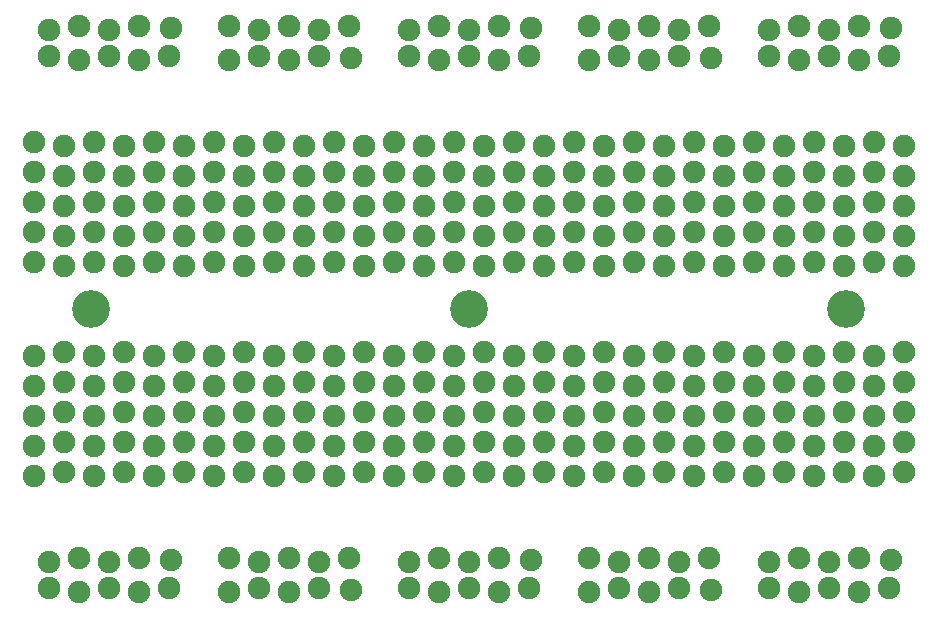
<source format=gbr>
%TF.GenerationSoftware,KiCad,Pcbnew,9.0.1*%
%TF.CreationDate,2025-05-06T21:02:19-04:00*%
%TF.ProjectId,PCB_breadboard,5043425f-6272-4656-9164-626f6172642e,V1.1.1.Locking*%
%TF.SameCoordinates,PX54c81a0PY9157080*%
%TF.FileFunction,Soldermask,Bot*%
%TF.FilePolarity,Negative*%
%FSLAX46Y46*%
G04 Gerber Fmt 4.6, Leading zero omitted, Abs format (unit mm)*
G04 Created by KiCad (PCBNEW 9.0.1) date 2025-05-06 21:02:19*
%MOMM*%
%LPD*%
G01*
G04 APERTURE LIST*
%ADD10C,1.900000*%
%ADD11C,3.200000*%
G04 APERTURE END LIST*
D10*
%TO.C,K59*%
X50890000Y12860000D03*
X50890000Y15400000D03*
X50890000Y17940000D03*
X50890000Y20480000D03*
X50890000Y23020000D03*
%TD*%
%TO.C,K28*%
X48350000Y30640000D03*
X48350000Y33180000D03*
X48350000Y35720000D03*
X48350000Y38260000D03*
X48350000Y40800000D03*
%TD*%
%TO.C,K30*%
X53430000Y30640000D03*
X53430000Y33180000D03*
X53430000Y35720000D03*
X53430000Y38260000D03*
X53430000Y40800000D03*
%TD*%
%TO.C,K39*%
X76290000Y30980000D03*
X76290000Y33520000D03*
X76290000Y36060000D03*
X76290000Y38600000D03*
X76290000Y41140000D03*
%TD*%
%TO.C,K63*%
X61050000Y12860000D03*
X61050000Y15400000D03*
X61050000Y17940000D03*
X61050000Y20480000D03*
X61050000Y23020000D03*
%TD*%
%TO.C,K46*%
X17870000Y13200000D03*
X17870000Y15740000D03*
X17870000Y18280000D03*
X17870000Y20820000D03*
X17870000Y23360000D03*
%TD*%
%TO.C,K35*%
X66130000Y30980000D03*
X66130000Y33520000D03*
X66130000Y36060000D03*
X66130000Y38600000D03*
X66130000Y41140000D03*
%TD*%
%TO.C,K14*%
X12790000Y30640000D03*
X12790000Y33180000D03*
X12790000Y35720000D03*
X12790000Y38260000D03*
X12790000Y40800000D03*
%TD*%
%TO.C,K9*%
X52160000Y48090000D03*
X54700000Y48430000D03*
X57240000Y48090000D03*
X59780000Y48430000D03*
X62490000Y48260000D03*
%TD*%
%TO.C,K47*%
X20410000Y12860000D03*
X20410000Y15400000D03*
X20410000Y17940000D03*
X20410000Y20480000D03*
X20410000Y23020000D03*
%TD*%
%TO.C,K56*%
X43270000Y13200000D03*
X43270000Y15740000D03*
X43270000Y18280000D03*
X43270000Y20820000D03*
X43270000Y23360000D03*
%TD*%
%TO.C,K32*%
X58510000Y30640000D03*
X58510000Y33180000D03*
X58510000Y35720000D03*
X58510000Y38260000D03*
X58510000Y40800000D03*
%TD*%
%TO.C,K54*%
X38190000Y13200000D03*
X38190000Y15740000D03*
X38190000Y18280000D03*
X38190000Y20820000D03*
X38190000Y23360000D03*
%TD*%
%TO.C,K26*%
X43270000Y30640000D03*
X43270000Y33180000D03*
X43270000Y35720000D03*
X43270000Y38260000D03*
X43270000Y40800000D03*
%TD*%
%TO.C,K18*%
X22950000Y30640000D03*
X22950000Y33180000D03*
X22950000Y35720000D03*
X22950000Y38260000D03*
X22950000Y40800000D03*
%TD*%
%TO.C,K44*%
X12790000Y13200000D03*
X12790000Y15740000D03*
X12790000Y18280000D03*
X12790000Y20820000D03*
X12790000Y23360000D03*
%TD*%
%TO.C,K15*%
X15330000Y30980000D03*
X15330000Y33520000D03*
X15330000Y36060000D03*
X15330000Y38600000D03*
X15330000Y41140000D03*
%TD*%
%TO.C,K2*%
X21680000Y50970000D03*
X24220000Y50630000D03*
X26760000Y50970000D03*
X29300000Y50630000D03*
X31840000Y50970000D03*
%TD*%
D11*
%TO.C,H1*%
X10000000Y27000000D03*
%TD*%
D10*
%TO.C,K16*%
X17870000Y30640000D03*
X17870000Y33180000D03*
X17870000Y35720000D03*
X17870000Y38260000D03*
X17870000Y40800000D03*
%TD*%
%TO.C,K13*%
X10250000Y30980000D03*
X10250000Y33520000D03*
X10250000Y36060000D03*
X10250000Y38600000D03*
X10250000Y41140000D03*
%TD*%
D11*
%TO.C,H3*%
X42000000Y27000000D03*
%TD*%
D10*
%TO.C,K37*%
X71210000Y30980000D03*
X71210000Y33520000D03*
X71210000Y36060000D03*
X71210000Y38600000D03*
X71210000Y41140000D03*
%TD*%
%TO.C,K3*%
X36920000Y50630000D03*
X39460000Y50970000D03*
X42000000Y50630000D03*
X44540000Y50970000D03*
X47250000Y50800000D03*
%TD*%
%TO.C,K73*%
X36920000Y5570000D03*
X39460000Y5910000D03*
X42000000Y5570000D03*
X44540000Y5910000D03*
X47250000Y5740000D03*
%TD*%
%TO.C,K80*%
X67400000Y3370000D03*
X69940000Y3030000D03*
X72480000Y3370000D03*
X75020000Y3030000D03*
X77560000Y3370000D03*
%TD*%
%TO.C,K23*%
X35650000Y30980000D03*
X35650000Y33520000D03*
X35650000Y36060000D03*
X35650000Y38600000D03*
X35650000Y41140000D03*
%TD*%
%TO.C,K68*%
X73750000Y13200000D03*
X73750000Y15740000D03*
X73750000Y18280000D03*
X73750000Y20820000D03*
X73750000Y23360000D03*
%TD*%
%TO.C,K5*%
X67400000Y50630000D03*
X69940000Y50970000D03*
X72480000Y50630000D03*
X75020000Y50970000D03*
X77730000Y50800000D03*
%TD*%
%TO.C,K27*%
X45810000Y30980000D03*
X45810000Y33520000D03*
X45810000Y36060000D03*
X45810000Y38600000D03*
X45810000Y41140000D03*
%TD*%
%TO.C,K64*%
X63590000Y13200000D03*
X63590000Y15740000D03*
X63590000Y18280000D03*
X63590000Y20820000D03*
X63590000Y23360000D03*
%TD*%
%TO.C,K25*%
X40730000Y30980000D03*
X40730000Y33520000D03*
X40730000Y36060000D03*
X40730000Y38600000D03*
X40730000Y41140000D03*
%TD*%
%TO.C,K36*%
X68670000Y30640000D03*
X68670000Y33180000D03*
X68670000Y35720000D03*
X68670000Y38260000D03*
X68670000Y40800000D03*
%TD*%
%TO.C,K21*%
X30570000Y30980000D03*
X30570000Y33520000D03*
X30570000Y36060000D03*
X30570000Y38600000D03*
X30570000Y41140000D03*
%TD*%
%TO.C,K1*%
X6440000Y50630000D03*
X8980000Y50970000D03*
X11520000Y50630000D03*
X14060000Y50970000D03*
X16770000Y50800000D03*
%TD*%
%TO.C,K79*%
X52160000Y3030000D03*
X54700000Y3370000D03*
X57240000Y3030000D03*
X59780000Y3370000D03*
X62490000Y3200000D03*
%TD*%
%TO.C,K6*%
X6440000Y48430000D03*
X8980000Y48090000D03*
X11520000Y48430000D03*
X14060000Y48090000D03*
X16600000Y48430000D03*
%TD*%
%TO.C,K51*%
X30570000Y12860000D03*
X30570000Y15400000D03*
X30570000Y17940000D03*
X30570000Y20480000D03*
X30570000Y23020000D03*
%TD*%
%TO.C,K41*%
X5170000Y12860000D03*
X5170000Y15400000D03*
X5170000Y17940000D03*
X5170000Y20480000D03*
X5170000Y23020000D03*
%TD*%
%TO.C,K45*%
X15330000Y12860000D03*
X15330000Y15400000D03*
X15330000Y17940000D03*
X15330000Y20480000D03*
X15330000Y23020000D03*
%TD*%
%TO.C,K40*%
X78830000Y30640000D03*
X78830000Y33180000D03*
X78830000Y35720000D03*
X78830000Y38260000D03*
X78830000Y40800000D03*
%TD*%
D11*
%TO.C,H2*%
X74000000Y27000000D03*
%TD*%
D10*
%TO.C,K11*%
X5170000Y30980000D03*
X5170000Y33520000D03*
X5170000Y36060000D03*
X5170000Y38600000D03*
X5170000Y41140000D03*
%TD*%
%TO.C,K31*%
X55970000Y30980000D03*
X55970000Y33520000D03*
X55970000Y36060000D03*
X55970000Y38600000D03*
X55970000Y41140000D03*
%TD*%
%TO.C,K43*%
X10250000Y12860000D03*
X10250000Y15400000D03*
X10250000Y17940000D03*
X10250000Y20480000D03*
X10250000Y23020000D03*
%TD*%
%TO.C,K72*%
X21680000Y5910000D03*
X24220000Y5570000D03*
X26760000Y5910000D03*
X29300000Y5570000D03*
X31840000Y5910000D03*
%TD*%
%TO.C,K33*%
X61050000Y30980000D03*
X61050000Y33520000D03*
X61050000Y36060000D03*
X61050000Y38600000D03*
X61050000Y41140000D03*
%TD*%
%TO.C,K55*%
X40730000Y12860000D03*
X40730000Y15400000D03*
X40730000Y17940000D03*
X40730000Y20480000D03*
X40730000Y23020000D03*
%TD*%
%TO.C,K53*%
X35650000Y12860000D03*
X35650000Y15400000D03*
X35650000Y17940000D03*
X35650000Y20480000D03*
X35650000Y23020000D03*
%TD*%
%TO.C,K57*%
X45810000Y12860000D03*
X45810000Y15400000D03*
X45810000Y17940000D03*
X45810000Y20480000D03*
X45810000Y23020000D03*
%TD*%
%TO.C,K10*%
X67400000Y48430000D03*
X69940000Y48090000D03*
X72480000Y48430000D03*
X75020000Y48090000D03*
X77560000Y48430000D03*
%TD*%
%TO.C,K8*%
X36920000Y48430000D03*
X39460000Y48090000D03*
X42000000Y48430000D03*
X44540000Y48090000D03*
X47080000Y48430000D03*
%TD*%
%TO.C,K7*%
X21680000Y48090000D03*
X24220000Y48430000D03*
X26760000Y48090000D03*
X29300000Y48430000D03*
X32010000Y48260000D03*
%TD*%
%TO.C,K24*%
X38190000Y30640000D03*
X38190000Y33180000D03*
X38190000Y35720000D03*
X38190000Y38260000D03*
X38190000Y40800000D03*
%TD*%
%TO.C,K19*%
X25490000Y30980000D03*
X25490000Y33520000D03*
X25490000Y36060000D03*
X25490000Y38600000D03*
X25490000Y41140000D03*
%TD*%
%TO.C,K49*%
X25490000Y12860000D03*
X25490000Y15400000D03*
X25490000Y17940000D03*
X25490000Y20480000D03*
X25490000Y23020000D03*
%TD*%
%TO.C,K70*%
X78830000Y13200000D03*
X78830000Y15740000D03*
X78830000Y18280000D03*
X78830000Y20820000D03*
X78830000Y23360000D03*
%TD*%
%TO.C,K78*%
X36920000Y3370000D03*
X39460000Y3030000D03*
X42000000Y3370000D03*
X44540000Y3030000D03*
X47080000Y3370000D03*
%TD*%
%TO.C,K71*%
X6440000Y5570000D03*
X8980000Y5910000D03*
X11520000Y5570000D03*
X14060000Y5910000D03*
X16770000Y5740000D03*
%TD*%
%TO.C,K29*%
X50890000Y30980000D03*
X50890000Y33520000D03*
X50890000Y36060000D03*
X50890000Y38600000D03*
X50890000Y41140000D03*
%TD*%
%TO.C,K61*%
X55970000Y12860000D03*
X55970000Y15400000D03*
X55970000Y17940000D03*
X55970000Y20480000D03*
X55970000Y23020000D03*
%TD*%
%TO.C,K74*%
X52160000Y5910000D03*
X54700000Y5570000D03*
X57240000Y5910000D03*
X59780000Y5570000D03*
X62320000Y5910000D03*
%TD*%
%TO.C,K75*%
X67400000Y5570000D03*
X69940000Y5910000D03*
X72480000Y5570000D03*
X75020000Y5910000D03*
X77730000Y5740000D03*
%TD*%
%TO.C,K62*%
X58510000Y13200000D03*
X58510000Y15740000D03*
X58510000Y18280000D03*
X58510000Y20820000D03*
X58510000Y23360000D03*
%TD*%
%TO.C,K60*%
X53430000Y13200000D03*
X53430000Y15740000D03*
X53430000Y18280000D03*
X53430000Y20820000D03*
X53430000Y23360000D03*
%TD*%
%TO.C,K42*%
X7710000Y13200000D03*
X7710000Y15740000D03*
X7710000Y18280000D03*
X7710000Y20820000D03*
X7710000Y23360000D03*
%TD*%
%TO.C,K58*%
X48350000Y13200000D03*
X48350000Y15740000D03*
X48350000Y18280000D03*
X48350000Y20820000D03*
X48350000Y23360000D03*
%TD*%
%TO.C,K76*%
X6440000Y3370000D03*
X8980000Y3030000D03*
X11520000Y3370000D03*
X14060000Y3030000D03*
X16600000Y3370000D03*
%TD*%
%TO.C,K17*%
X20410000Y30980000D03*
X20410000Y33520000D03*
X20410000Y36060000D03*
X20410000Y38600000D03*
X20410000Y41140000D03*
%TD*%
%TO.C,K66*%
X68670000Y13200000D03*
X68670000Y15740000D03*
X68670000Y18280000D03*
X68670000Y20820000D03*
X68670000Y23360000D03*
%TD*%
%TO.C,K34*%
X63590000Y30640000D03*
X63590000Y33180000D03*
X63590000Y35720000D03*
X63590000Y38260000D03*
X63590000Y40800000D03*
%TD*%
%TO.C,K65*%
X66130000Y12860000D03*
X66130000Y15400000D03*
X66130000Y17940000D03*
X66130000Y20480000D03*
X66130000Y23020000D03*
%TD*%
%TO.C,K4*%
X52160000Y50970000D03*
X54700000Y50630000D03*
X57240000Y50970000D03*
X59780000Y50630000D03*
X62320000Y50970000D03*
%TD*%
%TO.C,K69*%
X76290000Y12860000D03*
X76290000Y15400000D03*
X76290000Y17940000D03*
X76290000Y20480000D03*
X76290000Y23020000D03*
%TD*%
%TO.C,K22*%
X33110000Y30640000D03*
X33110000Y33180000D03*
X33110000Y35720000D03*
X33110000Y38260000D03*
X33110000Y40800000D03*
%TD*%
%TO.C,K67*%
X71210000Y12860000D03*
X71210000Y15400000D03*
X71210000Y17940000D03*
X71210000Y20480000D03*
X71210000Y23020000D03*
%TD*%
%TO.C,K12*%
X7710000Y30640000D03*
X7710000Y33180000D03*
X7710000Y35720000D03*
X7710000Y38260000D03*
X7710000Y40800000D03*
%TD*%
%TO.C,K50*%
X28030000Y13200000D03*
X28030000Y15740000D03*
X28030000Y18280000D03*
X28030000Y20820000D03*
X28030000Y23360000D03*
%TD*%
%TO.C,K38*%
X73750000Y30640000D03*
X73750000Y33180000D03*
X73750000Y35720000D03*
X73750000Y38260000D03*
X73750000Y40800000D03*
%TD*%
%TO.C,K20*%
X28030000Y30640000D03*
X28030000Y33180000D03*
X28030000Y35720000D03*
X28030000Y38260000D03*
X28030000Y40800000D03*
%TD*%
%TO.C,K48*%
X22950000Y13200000D03*
X22950000Y15740000D03*
X22950000Y18280000D03*
X22950000Y20820000D03*
X22950000Y23360000D03*
%TD*%
%TO.C,K77*%
X21680000Y3030000D03*
X24220000Y3370000D03*
X26760000Y3030000D03*
X29300000Y3370000D03*
X32010000Y3200000D03*
%TD*%
%TO.C,K52*%
X33110000Y13200000D03*
X33110000Y15740000D03*
X33110000Y18280000D03*
X33110000Y20820000D03*
X33110000Y23360000D03*
%TD*%
M02*

</source>
